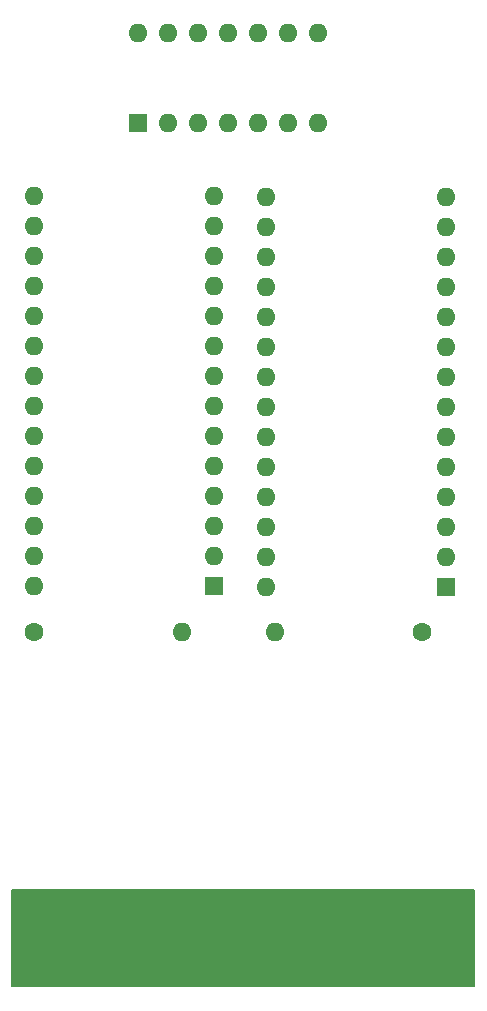
<source format=gts>
%TF.GenerationSoftware,KiCad,Pcbnew,8.0.6+1*%
%TF.CreationDate,2024-12-27T19:20:12+01:00*%
%TF.ProjectId,QL_ROM_Cartridge_original,514c5f52-4f4d-45f4-9361-727472696467,0*%
%TF.SameCoordinates,Original*%
%TF.FileFunction,Soldermask,Top*%
%TF.FilePolarity,Negative*%
%FSLAX46Y46*%
G04 Gerber Fmt 4.6, Leading zero omitted, Abs format (unit mm)*
G04 Created by KiCad (PCBNEW 8.0.6+1) date 2024-12-27 19:20:12*
%MOMM*%
%LPD*%
G01*
G04 APERTURE LIST*
%ADD10C,0.150000*%
%ADD11R,1.600000X1.600000*%
%ADD12O,1.600000X1.600000*%
%ADD13C,1.600000*%
G04 APERTURE END LIST*
D10*
%TO.C,J1*%
X39878000Y468000D02*
X762000Y468000D01*
X762000Y8596000D01*
X39878000Y8596000D01*
X39878000Y468000D01*
G36*
X39878000Y468000D02*
G01*
X762000Y468000D01*
X762000Y8596000D01*
X39878000Y8596000D01*
X39878000Y468000D01*
G37*
%TD*%
D11*
%TO.C,IC3*%
X11430000Y73533000D03*
D12*
X13970000Y73533000D03*
X16510000Y73533000D03*
X19050000Y73533000D03*
X21590000Y73533000D03*
X24130000Y73533000D03*
X26670000Y73533000D03*
X26670000Y81153000D03*
X24130000Y81153000D03*
X21590000Y81153000D03*
X19050000Y81153000D03*
X16510000Y81153000D03*
X13970000Y81153000D03*
X11430000Y81153000D03*
%TD*%
D11*
%TO.C,IC2*%
X37465000Y34290000D03*
D12*
X37465000Y36830000D03*
X37465000Y39370000D03*
X37465000Y41910000D03*
X37465000Y44450000D03*
X37465000Y46990000D03*
X37465000Y49530000D03*
X37465000Y52070000D03*
X37465000Y54610000D03*
X37465000Y57150000D03*
X37465000Y59690000D03*
X37465000Y62230000D03*
X37465000Y64770000D03*
X37465000Y67310000D03*
X22225000Y67310000D03*
X22225000Y64770000D03*
X22225000Y62230000D03*
X22225000Y59690000D03*
X22225000Y57150000D03*
X22225000Y54610000D03*
X22225000Y52070000D03*
X22225000Y49530000D03*
X22225000Y46990000D03*
X22225000Y44450000D03*
X22225000Y41910000D03*
X22225000Y39370000D03*
X22225000Y36830000D03*
X22225000Y34290000D03*
%TD*%
D11*
%TO.C,IC1*%
X17785000Y34300000D03*
D12*
X17785000Y36840000D03*
X17785000Y39380000D03*
X17785000Y41920000D03*
X17785000Y44460000D03*
X17785000Y47000000D03*
X17785000Y49540000D03*
X17785000Y52080000D03*
X17785000Y54620000D03*
X17785000Y57160000D03*
X17785000Y59700000D03*
X17785000Y62240000D03*
X17785000Y64780000D03*
X17785000Y67320000D03*
X2545000Y67320000D03*
X2545000Y64780000D03*
X2545000Y62240000D03*
X2545000Y59700000D03*
X2545000Y57160000D03*
X2545000Y54620000D03*
X2545000Y52080000D03*
X2545000Y49540000D03*
X2545000Y47000000D03*
X2545000Y44460000D03*
X2545000Y41920000D03*
X2545000Y39380000D03*
X2545000Y36840000D03*
X2545000Y34300000D03*
%TD*%
D13*
%TO.C,C1*%
X2620000Y30480000D03*
D12*
X15120000Y30480000D03*
%TD*%
D13*
%TO.C,C2*%
X35460000Y30480000D03*
D12*
X22960000Y30480000D03*
%TD*%
M02*

</source>
